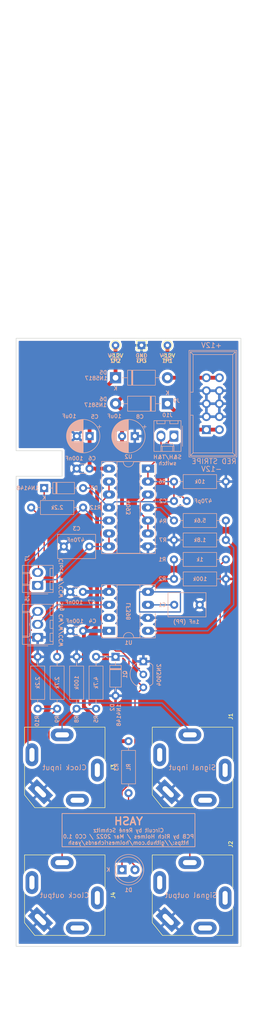
<source format=kicad_pcb>
(kicad_pcb (version 20211014) (generator pcbnew)
  (layers (0 "F.Cu" signal) (31 "B.Cu" signal) (34 "B.Paste" user) (35 "F.Paste" user) (36 "B.SilkS" user "B.Silkscreen") (37 "F.SilkS" user "F.Silkscreen") (38 "B.Mask" user) (39 "F.Mask" user) (44 "Edge.Cuts" user))
  (net 0 "")
  (net 1 "GND")
  (net 2 "+12V")
  (net 3 "-12V")
  (net 4 "/+12_IN")
  (net 5 "/-12_IN")
  (net 6 "Net-(D3-Pad1)")
  (net 7 "TH_1")
  (net 8 "TH_2")
  (net 9 "Net-(D1-Pad1)")
  (net 10 "Net-(D1-Pad2)")
  (net 11 "Net-(D2-Pad1)")
  (net 12 "/SIGNAL_OUTPUT")
  (net 13 "/CLOCK_INPUT")
  (net 14 "Net-(J3-PadTN)")
  (net 15 "/CLOCK_OUTPUT")
  (net 16 "/OUT398")
  (net 17 "Net-(R4-Pad1)")
  (net 18 "Net-(R4-Pad2)")
  (net 20 "CLKFR_CCW")
  (net 21 "SIGLVL_CW")
  (net 22 "SIGLVL_W")
  (net 23 "CLKFR_W")
  (net 24 "Net-(C1-Pad1)")
  (net 25 "Net-(U2-Pad3)")
  (footprint "ao_tht:Jack_6.35mm_PJ_629HAN_slots" (layer "F.Cu") (at 112.5 155 -90)
    (fp_text reference "J2" (at -10 -7.5 90) (layer "F.SilkS") (effects (font (size 0.75 0.75))))
    (fp_text value "AudioJack2")
    (pad "R" thru_hole oval (at 0.5 -6.4 270) (size 4.500001 2.5) (drill oval 2.7 1) (layers *.Cu *.Mask))
    (pad "RN" thru_hole oval (at 6.4 -2.5 270) (size 2.500001 4.500001) (drill oval 1 2.7) (layers *.Cu *.Mask))
    (pad "S" thru_hole rect (at 4.74 4.74 315) (size 4.500001 2.500001) (drill oval 2.7 1) (layers *.Cu *.Mask) (net 1 "GND"))
    (pad "T" thru_hole oval (at -6.4 0.5 270) (size 2.5 4.5) (drill oval 1 2.7) (layers *.Cu *.Mask) (net 12 "/SIGNAL_OUTPUT"))
    (pad "TN" thru_hole oval (at -2.5 6.4 270) (size 4.5 2.5) (drill oval 2.7 1) (layers *.Cu *.Mask))
  )
  (footprint "ao_tht:TestPoint_THTPad_1.5x1.5mm_Drill0.7mm" (layer "F.Cu") (at 102.54 47.37 180)
    (fp_text reference "TP3" (at 0 -3.048) (layer "F.SilkS") (effects (font (size 0.75 0.75))))
    (fp_text value "GND")
    (fp_text user "${REFERENCE}" (at 0 -3.048) (layer "B.SilkS") (effects (font (size 0.75 0.75)) (justify mirror)))
    (fp_text user "${VALUE}" (at 0 -2.032) (layer "B.SilkS") (effects (font (size 0.75 0.75)) (justify mirror)))
    (fp_text user "${VALUE}" (at 0 -2.032) (layer "F.SilkS") (effects (font (size 0.75 0.75))))
    (pad "1" thru_hole rect locked (at 0 0 180) (size 1.5 1.5) (drill 0.7) (layers *.Cu *.Mask) (net 1 "GND"))
  )
  (footprint "ao_tht:TestPoint_THTPad_D1.5mm_Drill0.7mm" (layer "F.Cu") (at 97.46 47.37 180)
    (fp_text reference "TP2" (at 0 -3.048) (layer "F.SilkS") (effects (font (size 0.75 0.75))))
    (fp_text value "+12V")
    (fp_text user "${REFERENCE}" (at 0 -3.048) (layer "B.SilkS") (effects (font (size 0.75 0.75)) (justify mirror)))
    (fp_text user "${VALUE}" (at 0 -2.032) (layer "B.SilkS") (effects (font (size 0.75 0.75)) (justify mirror)))
    (fp_text user "${VALUE}" (at 0 -2.032) (layer "F.SilkS") (effects (font (size 0.75 0.75))))
    (pad "1" thru_hole circle locked (at 0 0 180) (size 1.5 1.5) (drill 0.7) (layers *.Cu *.Mask) (net 2 "+12V"))
  )
  (footprint "ao_tht:Jack_6.35mm_PJ_629HAN_slots" (layer "F.Cu") (at 112.5 130 -90)
    (fp_text reference "J1" (at -10 -7.5 90) (layer "F.SilkS") (effects (font (size 0.75 0.75))))
    (fp_text value "AudioJack2")
    (pad "R" thru_hole oval (at 0.5 -6.4 270) (size 4.500001 2.5) (drill oval 2.7 1) (layers *.Cu *.Mask))
    (pad "RN" thru_hole oval (at 6.4 -2.5 270) (size 2.500001 4.500001) (drill oval 1 2.7) (layers *.Cu *.Mask))
    (pad "S" thru_hole rect (at 4.74 4.74 315) (size 4.500001 2.500001) (drill oval 2.7 1) (layers *.Cu *.Mask) (net 1 "GND"))
    (pad "T" thru_hole oval (at -6.4 0.5 270) (size 2.5 4.5) (drill oval 1 2.7) (layers *.Cu *.Mask) (net 21 "SIGLVL_CW"))
    (pad "TN" thru_hole oval (at -2.5 6.4 270) (size 4.5 2.5) (drill oval 2.7 1) (layers *.Cu *.Mask))
  )
  (footprint "ao_tht:Jack_6.35mm_PJ_629HAN_slots" (layer "F.Cu") (at 87.5 130 -90)
    (fp_text reference "J3" (at 0 -9.5 90) (layer "F.SilkS") (effects (font (size 0.75 0.75))))
    (fp_text value "AudioJack2_SwitchT")
    (pad "R" thru_hole oval (at 0.5 -6.4 270) (size 4.500001 2.5) (drill oval 2.7 1) (layers *.Cu *.Mask))
    (pad "RN" thru_hole oval (at 6.4 -2.5 270) (size 2.500001 4.500001) (drill oval 1 2.7) (layers *.Cu *.Mask))
    (pad "S" thru_hole rect (at 4.74 4.74 315) (size 4.500001 2.500001) (drill oval 2.7 1) (layers *.Cu *.Mask) (net 1 "GND"))
    (pad "T" thru_hole oval (at -6.4 0.5 270) (size 2.5 4.5) (drill oval 1 2.7) (layers *.Cu *.Mask) (net 13 "/CLOCK_INPUT"))
    (pad "TN" thru_hole oval (at -2.5 6.4 270) (size 4.5 2.5) (drill oval 2.7 1) (layers *.Cu *.Mask) (net 14 "Net-(J3-PadTN)"))
  )
  (footprint "ao_tht:Jack_6.35mm_PJ_629HAN_slots" (layer "F.Cu") (at 87.5 155 -90)
    (fp_text reference "J4" (at 0 -9.5 90) (layer "F.SilkS") (effects (font (size 0.75 0.75))))
    (fp_text value "AudioJack2")
    (pad "R" thru_hole oval (at 0.5 -6.4 270) (size 4.500001 2.5) (drill oval 2.7 1) (layers *.Cu *.Mask))
    (pad "RN" thru_hole oval (at 6.4 -2.5 270) (size 2.500001 4.500001) (drill oval 1 2.7) (layers *.Cu *.Mask))
    (pad "S" thru_hole rect (at 4.74 4.74 315) (size 4.500001 2.500001) (drill oval 2.7 1) (layers *.Cu *.Mask) (net 1 "GND"))
    (pad "T" thru_hole oval (at -6.4 0.5 270) (size 2.5 4.5) (drill oval 1 2.7) (layers *.Cu *.Mask) (net 15 "/CLOCK_OUTPUT"))
    (pad "TN" thru_hole oval (at -2.5 6.4 270) (size 4.5 2.5) (drill oval 2.7 1) (layers *.Cu *.Mask))
  )
  (footprint "yash:yash_panel_holes" (layer "F.Cu") (at 100 80)
    (fp_text reference "GRAF1" hide)
    (fp_text value "Holes" hide)
  )
  (footprint "ao_tht:TestPoint_THTPad_D1.5mm_Drill0.7mm" (layer "F.Cu") (at 107.62 47.37 180)
    (fp_text reference "TP1" (at 0 -3.048) (layer "F.SilkS") (effects (font (size 0.75 0.75))))
    (fp_text value "-12V")
    (fp_text user "${REFERENCE}" (at 0 -3.048) (layer "B.SilkS") (effects (font (size 0.75 0.75)) (justify mirror)))
    (fp_text user "${VALUE}" (at 0 -2.032) (layer "B.SilkS") (effects (font (size 0.75 0.75)) (justify mirror)))
    (fp_text user "${VALUE}" (at 0 -2.032) (layer "F.SilkS") (effects (font (size 0.75 0.75))))
    (pad "1" thru_hole circle locked (at 0 0 180) (size 1.5 1.5) (drill 0.7) (layers *.Cu *.Mask) (net 3 "-12V"))
  )
  (footprint "ao_tht:C_Disc_D3.0mm_W1.6mm_P2.50mm" (layer "B.Cu") (at 91.11 103.25 180)
    (fp_text reference "C4" (at -1.849 1.905) (layer "B.SilkS") (effects (font (size 0.75 0.75)) (justify mirror)))
    (fp_text value "100nF")
    (fp_text user "${VALUE}" (at 1.651 1.905) (layer "B.SilkS") (effects (font (size 0.75 0.75)) (justify mirror)))
    (pad "1" thru_hole circle (at 0 0 180) (size 1.6 1.6) (drill 0.8) (layers *.Cu *.Mask) (net 2 "+12V"))
    (pad "2" thru_hole circle (at 2.5 0 180) (size 1.6 1.6) (drill 0.8) (layers *.Cu *.Mask) (net 1 "GND"))
  )
  (footprint "ao_tht:Molex_KK-254_AE-6410-02A_1x02_P2.54mm_Vertical" (layer "B.Cu") (at 108.89 65.15 180)
    (fp_text reference "J10" (at 1.27 4.12 180) (layer "B.SilkS") (effects (font (size 0.75 0.75)) (justify mirror)))
    (fp_text value "2_pin_Molex_header")
    (pad "1" thru_hole roundrect locked (at 0 0 180) (size 1.74 2.2) (drill 1.2) (layers *.Cu *.Mask) (roundrect_rratio 0.143678) (net 7 "TH_1"))
    (pad "2" thru_hole oval locked (at 2.54 0 180) (size 1.74 2.2) (drill 1.2) (layers *.Cu *.Mask) (net 8 "TH_2"))
  )
  (footprint "ao_tht:C_Disc_D3.0mm_W1.6mm_P2.50mm" (layer "B.Cu") (at 88.58 95.62)
    (fp_text reference "C7" (at 4.181 2.042) (layer "B.SilkS") (effects (font (size 0.75 0.75)) (justify mirror)))
    (fp_text value "100nF")
    (fp_text user "${VALUE}" (at 0.752 2.042) (layer "B.SilkS") (effects (font (size 0.75 0.75)) (justify mirror)))
    (pad "1" thru_hole circle (at 0 0) (size 1.6 1.6) (drill 0.8) (layers *.Cu *.Mask) (net 1 "GND"))
    (pad "2" thru_hole circle (at 2.5 0) (size 1.6 1.6) (drill 0.8) (layers *.Cu *.Mask) (net 3 "-12V"))
  )
  (footprint "ao_tht:D_DO-35_SOD27_P7.62mm_Horizontal" (layer "B.Cu") (at 97.46 108.33 -90)
    (fp_text reference "D2" (at 9.906 0.635 90) (layer "B.SilkS") (effects (font (size 0.75 0.75)) (justify mirror)))
    (fp_text value "1N4148")
    (fp_text user "K" (at 0 1.905 90) (layer "B.SilkS") (effects (font (size 0.75 0.75)) (justify mirror)))
    (fp_text user "${VALUE}" (at 11.43 -0.635 90) (layer "B.SilkS") (effects (font (size 0.75 0.75)) (justify mirror)))
    (pad "1" thru_hole rect locked (at 0 0 270) (size 1.6 1.6) (drill 0.8) (layers *.Cu *.Mask) (net 11 "Net-(D2-Pad1)"))
    (pad "2" thru_hole oval locked (at 7.62 0 270) (size 1.6 1.6) (drill 0.8) (layers *.Cu *.Mask) (net 1 "GND"))
  )
  (footprint "ao_tht:R_Axial_DIN0207_L6.3mm_D2.5mm_P10.16mm_Horizontal" (layer "B.Cu") (at 108.9 93.09)
    (fp_text reference "R2" (at -2.296 0) (layer "B.SilkS") (effects (font (size 0.75 0.75)) (justify mirror)))
    (fp_text value "100k")
    (fp_text user "${VALUE}" (at 5.08 0) (layer "B.SilkS") (effects (font (size 0.75 0.75)) (justify mirror)))
    (pad "1" thru_hole circle locked (at 0 0) (size 1.6 1.6) (drill 0.8) (layers *.Cu *.Mask) (net 16 "/OUT398"))
    (pad "2" thru_hole oval locked (at 10.16 0) (size 1.6 1.6) (drill 0.8) (layers *.Cu *.Mask) (net 1 "GND"))
  )
  (footprint "ao_tht:D_DO-35_SOD27_P7.62mm_Horizontal" (layer "B.Cu") (at 83.49 75.31)
    (fp_text reference "D3" (at 9.779 0) (layer "B.SilkS") (effects (font (size 0.75 0.75)) (justify mirror)))
    (fp_text value "1N4148")
    (fp_text user "${VALUE}" (at -3.24 0) (layer "B.SilkS") (effects (font (size 0.75 0.75)) (justify mirror)))
    (fp_text user "K" (at 0 1.905) (layer "B.SilkS") (effects (font (size 0.75 0.75)) (justify mirror)))
    (pad "1" thru_hole rect locked (at 0 0) (size 1.6 1.6) (drill 0.8) (layers *.Cu *.Mask) (net 6 "Net-(D3-Pad1)"))
    (pad "2" thru_hole oval locked (at 7.62 0) (size 1.6 1.6) (drill 0.8) (layers *.Cu *.Mask) (net 7 "TH_1"))
  )
  (footprint "ao_tht:R_Axial_DIN0207_L6.3mm_D2.5mm_P10.16mm_Horizontal" (layer "B.Cu") (at 108.89 74.04)
    (fp_text reference "R6" (at -2.286 0) (layer "B.SilkS") (effects (font (size 0.75 0.75)) (justify mirror)))
    (fp_text value "10k")
    (fp_text user "${VALUE}" (at 5.08 0) (layer "B.SilkS") (effects (font (size 0.75 0.75)) (justify mirror)))
    (pad "1" thru_hole circle locked (at 0 0) (size 1.6 1.6) (drill 0.8) (layers *.Cu *.Mask) (net 8 "TH_2"))
    (pad "2" thru_hole oval locked (at 10.16 0) (size 1.6 1.6) (drill 0.8) (layers *.Cu *.Mask) (net 1 "GND"))
  )
  (footprint "ao_tht:C_Disc_D3.0mm_W1.6mm_P2.50mm" (layer "B.Cu") (at 92.37 71.5 180)
    (fp_text reference "C6" (at -0.5 2) (layer "B.SilkS") (effects (font (size 0.75 0.75)) (justify mirror)))
    (fp_text value "100nF")
    (fp_text user "${VALUE}" (at 3 2) (layer "B.SilkS") (effects (font (size 0.75 0.75)) (justify mirror)))
    (pad "1" thru_hole circle (at 0 0 180) (size 1.6 1.6) (drill 0.8) (layers *.Cu *.Mask) (net 2 "+12V"))
    (pad "2" thru_hole circle (at 2.5 0 180) (size 1.6 1.6) (drill 0.8) (layers *.Cu *.Mask) (net 1 "GND"))
  )
  (footprint "ao_tht:LED_D5.0mm" (layer "B.Cu") (at 98.725 150)
    (fp_text reference "D1" (at 1.27 3.96) (layer "B.SilkS") (effects (font (size 0.75 0.75)) (justify mirror)))
    (fp_text value "LED_green")
    (fp_text user "K" (at -2.7 0) (layer "B.SilkS") (effects (font (size 0.75 0.75)) (justify mirror)))
    (pad "1" thru_hole rect locked (at 0 0) (size 1.8 1.8) (drill 0.9) (layers *.Cu *.Mask) (net 9 "Net-(D1-Pad1)"))
    (pad "2" thru_hole circle locked (at 2.54 0) (size 1.8 1.8) (drill 0.9) (layers *.Cu *.Mask) (net 10 "Net-(D1-Pad2)"))
  )
  (footprint "ao_tht:R_Axial_DIN0207_L6.3mm_D2.5mm_P10.16mm_Horizontal" (layer "B.Cu") (at 93.65 118.49 90)
    (fp_text reference "R5" (at -2.032 0 90) (layer "B.SilkS") (effects (font (size 0.75 0.75)) (justify mirror)))
    (fp_text value "4.7k")
    (fp_text user "${VALUE}" (at 5.08 0 90) (layer "B.SilkS") (effects (font (size 0.75 0.75)) (justify mirror)))
    (pad "1" thru_hole circle locked (at 0 0 90) (size 1.6 1.6) (drill 0.8) (layers *.Cu *.Mask) (net 13 "/CLOCK_INPUT"))
    (pad "2" thru_hole oval locked (at 10.16 0 90) (size 1.6 1.6) (drill 0.8) (layers *.Cu *.Mask) (net 11 "Net-(D2-Pad1)"))
  )
  (footprint "ao_tht:R_Axial_DIN0207_L6.3mm_D2.5mm_P10.16mm_Horizontal" (layer "B.Cu") (at 82.22 118.49 90)
    (fp_text reference "R10" (at -2.413 -0.127 90) (layer "B.SilkS") (effects (font (size 0.75 0.75)) (justify mirror)))
    (fp_text value "2.2k")
    (fp_text user "${VALUE}" (at 5.08 0 90) (layer "B.SilkS") (effects (font (size 0.75 0.75)) (justify mirror)))
    (pad "1" thru_hole circle locked (at 0 0 90) (size 1.6 1.6) (drill 0.8) (layers *.Cu *.Mask) (net 15 "/CLOCK_OUTPUT"))
    (pad "2" thru_hole oval locked (at 10.16 0 90) (size 1.6 1.6) (drill 0.8) (layers *.Cu *.Mask) (net 1 "GND"))
  )
  (footprint "ao_tht:R_Axial_DIN0207_L6.3mm_D2.5mm_P10.16mm_Horizontal" (layer "B.Cu") (at 80.95 79.12)
    (fp_text reference "R12" (at 12.573 0) (layer "B.SilkS") (effects (font (size 0.75 0.75)) (justify mirror)))
    (fp_text value "2.2k")
    (fp_text user "${VALUE}" (at 5.08 0) (layer "B.SilkS") (effects (font (size 0.75 0.75)) (justify mirror)))
    (pad "1" thru_hole circle locked (at 0 0) (size 1.6 1.6) (drill 0.8) (layers *.Cu *.Mask) (net 23 "CLKFR_W"))
    (pad "2" thru_hole oval locked (at 10.16 0) (size 1.6 1.6) (drill 0.8) (layers *.Cu *.Mask) (net 14 "Net-(J3-PadTN)"))
  )
  (footprint "ao_tht:C_Disc_D3.0mm_W1.6mm_P2.50mm" (layer "B.Cu") (at 108.89 77.85)
    (fp_text reference "C2" (at -2.159 0) (layer "B.SilkS") (effects (font (size 0.75 0.75)) (justify mirror)))
    (fp_text value "470pF")
    (fp_text user "${VALUE}" (at 5.715 0) (layer "B.SilkS") (effects (font (size 0.75 0.75)) (justify mirror)))
    (pad "1" thru_hole circle (at 0 0) (size 1.6 1.6) (drill 0.8) (layers *.Cu *.Mask) (net 7 "TH_1"))
    (pad "2" thru_hole circle (at 2.5 0) (size 1.6 1.6) (drill 0.8) (layers *.Cu *.Mask) (net 8 "TH_2"))
  )
  (footprint "ao_tht:Molex_KK-254_AE-6410-03A_1x03_P2.54mm_Vertical" (layer "B.Cu") (at 82.22 104.52 90)
    (fp_text reference "J5" (at 7.62 -2.032 90) (layer "B.SilkS") (effects (font (size 0.75 0.75)) (justify mirror)))
    (fp_text value "3_pin_Molex_header")
    (pad "1" thru_hole roundrect locked (at 0 0 90) (size 1.74 2.2) (drill 1.2) (layers *.Cu *.Mask) (roundrect_rratio 0.143678) (net 1 "GND"))
    (pad "2" thru_hole oval locked (at 2.54 0 90) (size 1.74 2.2) (drill 1.2) (layers *.Cu *.Mask) (net 22 "SIGLVL_W"))
    (pad "3" thru_hole oval locked (at 5.08 0 90) (size 1.74 2.2) (drill 1.2) (layers *.Cu *.Mask) (net 21 "SIGLVL_CW"))
  )
  (footprint "ao_tht:R_Axial_DIN0207_L6.3mm_D2.5mm_P10.16mm_Horizontal" (layer "B.Cu") (at 108.89 81.66)
    (fp_text reference "R4" (at -2.159 0.127) (layer "B.SilkS") (effects (font (size 0.75 0.75)) (justify mirror)))
    (fp_text value "5.6k")
    (fp_text user "${VALUE}" (at 5.08 0) (layer "B.SilkS") (effects (font (size 0.75 0.75)) (justify mirror)))
    (pad "1" thru_hole circle locked (at 0 0) (size 1.6 1.6) (drill 0.8) (layers *.Cu *.Mask) (net 17 "Net-(R4-Pad1)"))
    (pad "2" thru_hole oval locked (at 10.16 0) (size 1.6 1.6) (drill 0.8) (layers *.Cu *.Mask) (net 18 "Net-(R4-Pad2)"))
  )
  (footprint "ao_tht:C_Rect_L7.2mm_W4.5mm_P5.00mm_FKS2_FKP2_MKS2_MKP2" (layer "B.Cu") (at 92.34 86.74 180)
    (fp_text reference "C3" (at 2.5 3.5) (layer "B.SilkS") (effects (font (size 0.75 0.75)) (justify mirror)))
    (fp_text value "470nF")
    (fp_text user "${VALUE}" (at 2.667 1.27) (layer "B.SilkS") (effects (font (size 0.75 0.75)) (justify mirror)))
    (pad "1" thru_hole circle (at 0 0 180) (size 1.6 1.6) (drill 0.8) (layers *.Cu *.Mask) (net 20 "CLKFR_CCW"))
    (pad "2" thru_hole circle (at 5 0 180) (size 1.6 1.6) (drill 0.8) (layers *.Cu *.Mask) (net 1 "GND"))
  )
  (footprint "ao_tht:R_Axial_DIN0207_L6.3mm_D2.5mm_P10.16mm_Horizontal" (layer "B.Cu") (at 100 124.84 -90)
    (fp_text reference "R3" (at 5.08 2.37 90) (layer "B.SilkS") (effects (font (size 0.75 0.75)) (justify mirror)))
    (fp_text value "RL")
    (fp_text user "${VALUE}" (at 5.08 0 90) (layer "B.SilkS") (effects (font (size 0.75 0.75)) (justify mirror)))
    (pad "1" thru_hole circle locked (at 0 0 270) (size 1.6 1.6) (drill 0.8) (layers *.Cu *.Mask) (net 2 "+12V"))
    (pad "2" thru_hole oval locked (at 10.16 0 270) (size 1.6 1.6) (drill 0.8) (layers *.Cu *.Mask) (net 10 "Net-(D1-Pad2)"))
  )
  (footprint "ao_tht:CP_Radial_D6.3mm_P2.50mm" (layer "B.Cu") (at 92.38 65.15 180)
    (fp_text reference "C5" (at -1 3.81) (layer "B.SilkS") (effects (font (size 0.75 0.75)) (justify mirror)))
    (fp_text value "10uF")
    (fp_text user "${VALUE}" (at 4 3.91) (layer "B.SilkS") (effects (font (size 0.75 0.75)) (justify mirror)))
    (pad "1" thru_hole rect locked (at 0 0 180) (size 1.6 1.6) (drill 0.8) (layers *.Cu *.Mask) (net 2 "+12V"))
    (pad "2" thru_hole circle locked (at 2.5 0 180) (size 1.6 1.6) (drill 0.8) (layers *.Cu *.Mask) (net 1 "GND"))
  )
  (footprint "ao_tht:CP_Radial_D6.3mm_P2.50mm" (layer "B.Cu") (at 101.23 65.15 180)
    (fp_text reference "C8" (at -1 3.81) (layer "B.SilkS") (effects (font (size 0.75 0.75)) (justify mirror)))
    (fp_text value "10uF")
    (fp_text user "${VALUE}" (at 4 3.91) (layer "B.SilkS") (effects (font (size 0.75 0.75)) (justify mirror)))
    (pad "1" thru_hole rect locked (at 0 0 180) (size 1.6 1.6) (drill 0.8) (layers *.Cu *.Mask) (net 1 "GND"))
    (pad "2" thru_hole circle locked (at 2.5 0 180) (size 1.6 1.6) (drill 0.8) (layers *.Cu *.Mask) (net 3 "-12V"))
  )
  (footprint "ao_tht:R_Axial_DIN0207_L6.3mm_D2.5mm_P10.16mm_Horizontal" (layer "B.Cu") (at 89.84 118.49 90)
    (fp_text reference "R8" (at -2.032 0 90) (layer "B.SilkS") (effects (font (size 0.75 0.75)) (justify mirror)))
    (fp_text value "100k")
    (fp_text user "${VALUE}" (at 5.08 0 90) (layer "B.SilkS") (effects (font (size 0.75 0.75)) (justify mirror)))
    (pad "1" thru_hole circle locked (at 0 0 90) (size 1.6 1.6) (drill 0.8) (layers *.Cu *.Mask) (net 13 "/CLOCK_INPUT"))
    (pad "2" thru_hole oval locked (at 10.16 0 90) (size 1.6 1.6) (drill 0.8) (layers *.Cu *.Mask) (net 1 "GND"))
  )
  (footprint "ao_tht:Power_Header" (layer "B.Cu") (at 115.24 63.88)
    (fp_text reference "J9" (at -5.85 -5.67) (layer "B.SilkS") (effects (font (size 0.75 0.75)) (justify mirror)))
    (fp_text value "Synth_power_2x5")
    (fp_text user "RED STRIPE" (at 1.5 6.2) (layer "B.SilkS") (effects (justify mirror)))
    (fp_text user "-12V" (at 1 7.7) (layer "B.SilkS") (effects (justify mirror)))
    (fp_text user "+12V" (at 1 -16.5) (layer "B.SilkS") (effects (justify mirror)))
    (pad "1" thru_hole rect (at 0 0) (size 1.7272 1.7272) (drill 1.016) (layers *.Cu *.Mask) (net 5 "/-12_IN"))
    (pad "2" thru_hole oval (at 2.54 0) (size 1.7272 1.7272) (drill 1.016) (layers *.Cu *.Mask) (net 5 "/-12_IN"))
    (pad "3" thru_hole oval (at 0 -2.54) (size 1.7272 1.7272) (drill 1.016) (layers *.Cu *.Mask) (net 1 "GND"))
    (pad "4" thru_hole oval (at 2.54 -2.54) (size 1.7272 1.7272) (drill 1.016) (layers *.Cu *.Mask) (net 1 "GND"))
    (pad "5" thru_hole oval (at 0 -5.08) (size 1.7272 1.7272) (drill 1.016) (layers *.Cu *.Mask) (net 1 "GND"))
    (pad "6" thru_hole oval (at 2.54 -5.08) (size 1.7272 1.7272) (drill 1.016) (layers *.Cu *.Mask) (net 1 "GND"))
    (pad "7" thru_hole oval (at 0 -7.62) (size 1.7272 1.7272) (drill 1.016) (layers *.Cu *.Mask) (net 1 "GND"))
    (pad "8" thru_hole oval (at 2.54 -7.62) (size 1.7272 1.7272) (drill 1.016) (layers *.Cu *.Mask) (net 1 "GND"))
    (pad "9" thru_hole oval (at 0 -10.16) (size 1.7272 1.7272) (drill 1.016) (layers *.Cu *.Mask) (net 4 "/+12_IN"))
    (pad "10" thru_hole oval (at 2.54 -10.16) (size 1.7272 1.7272) (drill 1.016) (layers *.Cu *.Mask) (net 4 "/+12_IN"))
  )
  (footprint "ao_tht:R_Axial_DIN0207_L6.3mm_D2.5mm_P10.16mm_Horizontal" (layer "B.Cu") (at 86.03 108.33 -90)
    (fp_text reference "R9" (at 12.192 0 90) (layer "B.SilkS") (effects (font (size 0.75 0.75)) (justify mirror)))
    (fp_text value "2.7k")
    (fp_text user "${VALUE}" (at 5.08 0 90) (layer "B.SilkS") (effects (font (size 0.75 0.75)) (justify mirror)))
    (pad "1" thru_hole circle locked (at 0 0 270) (size 1.6 1.6) (drill 0.8) (layers *.Cu *.Mask) (net 6 "Net-(D3-Pad1)"))
    (pad "2" thru_hole oval locked (at 10.16 0 270) (size 1.6 1.6) (drill 0.8) (layers *.Cu *.Mask) (net 15 "/CLOCK_OUTPUT"))
  )
  (footprint "ao_tht:Molex_KK-254_AE-6410-02A_1x02_P2.54mm_Vertical" (layer "B.Cu") (at 82.22 94.36 90)
    (fp_text reference "J7" (at 5.334 -2.032 90) (layer "B.SilkS") (effects (font (size 0.75 0.75)) (justify mirror)))
    (fp_text value "2_pin_Molex_header")
    (pad "1" thru_hole roundrect locked (at 0 0 90) (size 1.74 2.2) (drill 1.2) (layers *.Cu *.Mask) (roundrect_rratio 0.143678) (net 20 "CLKFR_CCW"))
    (pad "2" thru_hole oval locked (at 2.54 0 90) (size 1.74 2.2) (drill 1.2) (layers *.Cu *.Mask) (net 23 "CLKFR_W"))
  )
  (footprint "ao_tht:D_DO-41_SOD81_P10.16mm_Horizontal" (layer "B.Cu") (at 97.46 53.72)
    (fp_text reference "D5" (at -2.413 -1.016) (layer "B.SilkS") (effects (font (size 0.75 0.75)) (justify mirror)))
    (fp_text value "1N5817")
    (fp_text user "${VALUE}" (at -3.81 0.1) (layer "B.SilkS") (effects (font (size 0.75 0.75)) (justify mirror)))
    (fp_text user "K" (at 0 2.1) (layer "B.SilkS") (effects (font (size 0.75 0.75)) (justify mirror)))
    (pad "1" thru_hole rect locked (at 0 0) (size 2.2 2.2) (drill 1.1) (layers *.Cu *.Mask) (net 2 "+12V"))
    (pad "2" thru_hole oval locked (at 10.16 0) (size 2.2 2.2) (drill 1.1) (layers *.Cu *.Mask) (net 4 "/+12_IN"))
  )
  (footprint "ao_tht:C_Rect_L7.2mm_W4.5mm_P5.00mm_FKS2_FKP2_MKS2_MKP2" (layer "B.Cu") (at 108.94 98.15)
    (fp_text reference "C1" (at -2.336 0.02 180) (layer "B.SilkS") (effects (font (size 0.75 0.75)) (justify mirror)))
    (fp_text value "1nF (PP)")
    (fp_text user "${VALUE}" (at 2.363 3.322 180) (layer "B.SilkS") (effects (font (size 0.75 0.75)) (justify mirror)))
    (pad "1" thru_hole circle (at 0 0) (size 1.6 1.6) (drill 0.8) (layers *.Cu *.Mask) (net 24 "Net-(C1-Pad1)"))
    (pad "2" thru_hole circle (at 5 0) (size 1.6 1.6) (drill 0.8) (layers *.Cu *.Mask) (net 1 "GND"))
  )
  (footprint "ao_tht:DIP-14_W7.62mm_Socket_LongPads" (layer "B.Cu") (at 103.8 71.5 180)
    (fp_text reference "U2" (at 3.81 2.33) (layer "B.SilkS") (effects (font (size 0.75 0.75)) (justify mirror)))
    (fp_text value "4093")
    (fp_text user "${VALUE}" (at 3.81 -7.62 90) (layer "B.SilkS") (effects (font (size 0.75 0.75)) (justify mirror)))
    (pad "1" thru_hole rect locked (at 0 0 180) (size 2.4 1.6) (drill 0.8) (layers *.Cu *.Mask) (net 8 "TH_2"))
    (pad "2" thru_hole oval locked (at 0 -2.54 180) (size 2.4 1.6) (drill 0.8) (layers *.Cu *.Mask) (net 8 "TH_2"))
    (pad "3" thru_hole oval locked (at 0 -5.08 180) (size 2.4 1.6) (drill 0.8) (layers *.Cu *.Mask) (net 25 "Net-(U2-Pad3)"))
    (pad "4" thru_hole oval locked (at 0 -7.62 180) (size 2.4 1.6) (drill 0.8) (layers *.Cu *.Mask) (net 17 "Net-(R4-Pad1)"))
    (pad "5" thru_hole oval locked (at 0 -10.16 180) (size 2.4 1.6) (drill 0.8) (layers *.Cu *.Mask) (net 25 "Net-(U2-Pad3)"))
    (pad "6" thru_hole oval locked (at 0 -12.7 180) (size 2.4 1.6) (drill 0.8) (layers *.Cu *.Mask) (net 25 "Net-(U2-Pad3)"))
    (pad "7" thru_hole oval locked (at 0 -15.24 180) (size 2.4 1.6) (drill 0.8) (layers *.Cu *.Mask) (net 1 "GND"))
    (pad "8" thru_hole oval locked (at 7.62 -15.24 180) (size 2.4 1.6) (drill 0.8) (layers *.Cu *.Mask) (net 20 "CLKFR_CCW"))
    (pad "9" thru_hole oval locked (at 7.62 -12.7 180) (size 2.4 1.6) (drill 0.8) (layers *.Cu *.Mask) (net 20 "CLKFR_CCW"))
    (pad "10" thru_hole oval locked (at 7.62 -10.16 180) (size 2.4 1.6) (drill 0.8) (layers *.Cu *.Mask) (net 14 "Net-(J3-PadTN)"))
    (pad "11" thru_hole oval locked (at 7.62 -7.62 180) (size 2.4 1.6) (drill 0.8) (layers *.Cu *.Mask) (net 7 "TH_1"))
    (pad "12" thru_hole oval locked (at 7.62 -5.08 180) (size 2.4 1.6) (drill 0.8) (layers *.Cu *.Mask) (net 9 "Net-(D1-Pad1)"))
    (pad "13" thru_hole oval locked (at 7.62 -2.54 180) (size 2.4 1.6) (drill 0.8) (layers *.Cu *.Mask) (net 9 "Net-(D1-Pad1)"))
    (pad "14" thru_hole oval locked (at 7.62 0 180) (size 2.4 1.6) (drill 0.8) (layers *.Cu *.Mask) (net 2 "+12V"))
  )
  (footprint "ao_tht:TO-92_Inline_Wide" (layer "B.Cu") (at 102.9 109.24 -90)
    (fp_text reference "Q1" (at 2.54 3.56 90) (layer "B.SilkS") (effects (font (size 0.75 0.75)) (justify mirror)))
    (fp_text value "2N3904")
    (fp_text user "${VALUE}" (at 2.646 -3.069 90) (layer "B.SilkS") (effects (font (size 0.75 0.75)) (justify mirror)))
    (pad "1" thru_hole rect locked (at 0 0 180) (size 1.5 1.5) (drill 0.8) (layers *.Cu *.Mask) (net 1 "GND"))
    (pad "2" thru_hole circle locked (at 2.54 0 180) (size 1.5 1.5) (drill 0.8) (layers *.Cu *.Mask) (net 11 "Net-(D2-Pad1)"))
    (pad "3" thru_hole circle locked (at 5.08 0 180) (size 1.5 1.5) (drill 0.8) (layers *.Cu *.Mask) (net 9 "Net-(D1-Pad1)"))
  )
  (footprint "ao_tht:D_DO-41_SOD81_P10.16mm_Horizontal" (layer "B.Cu") (at 107.62 58.8 180)
    (fp_text reference "D6" (at 12.573 0.889) (layer "B.SilkS") (effects (font (size 0.75 0.75)) (justify mirror)))
    (fp_text value "1N5817")
    (fp_text user "${VALUE}" (at 14.097 -0.254) (layer "B.SilkS") (effects (font (size 0.75 0.75)) (justify mirror)))
    (fp_text user "K" (at 0 2.1) (layer "B.SilkS") (effects (font (size 0.75 0.75)) (justify mirror)))
    (pad "1" thru_hole rect locked (at 0 0 180) (size 2.2 2.2) (drill 1.1) (layers *.Cu *.Mask) (net 5 "/-12_IN"))
    (pad "2" thru_hole oval locked (at 10.16 0 180) (size 2.2 2.2) (drill 1.1) (layers *.Cu *.Mask) (net 3 "-12V"))
  )
  (footprint "yash:LF398_ring" (layer "B.Cu") (at 96.19 103.24)
    (fp_text reference "U1" (at 3.81 2.33 180) (layer "B.SilkS") (effects (font (size 0.75 0.75)) (justify mirror)))
    (fp_text value "LF398")
    (fp_text user "${VALUE}" (at 3.81 -3.81 270) (layer "B.SilkS") (effects (font (size 0.75 0.75)) (justify mirror)))
    (pad "1" thru_hole rect (at 0 0) (size 2.4 1.6) (drill 0.8) (layers *.Cu *.Mask) (net 2 "+12V"))
    (pad "2" thru_hole oval (at 0 -2.54) (size 2.4 1.6) (drill 0.8) (layers *.Cu *.Mask))
    (pad "3" thru_hole oval (at 0 -5.08) (size 2.4 1.6) (drill 0.8) (layers *.Cu *.Mask) (net 22 "SIGLVL_W"))
    (pad "4" thru_hole oval (at 0 -7.62) (size 2.4 1.6) (drill 0.8) (layers *.Cu *.Mask) (net 3 "-12V"))
    (pad "5" thru_hole custom (at 7.62 -7.62) (size 1.6 1.6) (drill 0.8) (layers *.Cu *.Mask) (net 16 "/OUT398") (options (clearance outline) (anchor circle)) (primitives (gr_poly (pts (xy 0.577239 -0.780119) (xy 0.745669 -0.721466) (xy 0.896918 -0.626955) (xy 1.02347 -0.501283) (xy 1.119035 -0.350697) (xy 1.178863 -0.182681) (xy 1.199981 -0.005585) (xy 1.181338 0.171788) (xy 1.123862 0.340623) (xy 1.030409 0.492529) (xy 0.905623 0.619956) (xy 0.755708 0.716569) (xy 0.588114 0.777569) (xy 0.41117 0.799922) (xy 0.4 0.8) (xy -0.4 0.8) (xy -0.577239 0.780119) (xy -0.745669 0.721466) (xy -0.896918 0.626955) (xy -1.02347 0.501283) (xy -1.119035 0.350697) (xy -1.178863 0.182681) (xy -1.199981 0.005585) (xy -1.181338 -0.171788) (xy -1.123862 -0.340623) (xy -1.030409 -0.492529) (xy -0.905623 -0.619956) (xy -0.755708 -0.716569) (xy -0.588114 -0.777569) (xy -0.41117 -0.799922) (xy -0.4 -0.8) (xy 0.4 -0.8)) (width 0) (fill yes)) (gr_line (start 0 0) (end -1.651 0) (width 0.254)) (gr_line (start -1.651 3.937) (end -1.651 0) (width 0.254)) (gr_line (start -1.651 3.937) (end 6.35 3.937) (width 0.254)) (gr_line (start 6.35 3.937) (end 6.35 0) (width 0.254)) (gr_line (start 0 0) (end 6.35 0) (width 0.254))))
    (pad "6" thru_hole oval (at 7.62 -5.08) (size 2.4 1.6) (drill 0.8) (layers *.Cu *.Mask) (net 24 "Net-(C1-Pad1)"))
    (pad "7" thru_hole oval (at 7.62 -2.54) (size 2.4 1.6) (drill 0.8) (layers *.Cu *.Mask) (net 1 "GND"))
    (pad "8" thru_hole oval (at 7.62 0) (size 2.4 1.6) (drill 0.8) (layers *.Cu *.Mask) (net 18 "Net-(R4-Pad2)"))
  )
  (footprint "ao_tht:R_Axial_DIN0207_L6.3mm_D2.5mm_P10.16mm_Horizontal" (layer "B.Cu") (at 108.89 89.28)
    (fp_text reference "R1" (at -2.286 0) (layer "B.SilkS") (effects (font (size 0.75 0.75)) (justify mirror)))
    (fp_text value "1k")
    (fp_text user "${VALUE}" (at 5.08 0) (layer "B.SilkS") (effects (font (size 0.75 0.75)) (justify mirror)))
    (pad "1" thru_hole circle locked (at 0 0) (size 1.6 1.6) (drill 0.8) (layers *.Cu *.Mask) (net 16 "/OUT398"))
    (pad "2" thru_hole oval locked (at 10.16 0) (size 1.6 1.6) (drill 0.8) (layers *.Cu *.Mask) (net 12 "/SIGNAL_OUTPUT"))
  )
  (footprint "ao_tht:R_Axial_DIN0207_L6.3mm_D2.5mm_P10.16mm_Horizontal" (layer "B.Cu") (at 119.05 85.47 180)
    (fp_text reference "R7" (at 12.319 0) (layer "B.SilkS") (effects (font (size 0.75 0.75)) (justify mirror)))
    (fp_text value "1.8k")
    (fp_text user "${VALUE}" (at 5.08 0) (layer "B.SilkS") (effects (font (size 0.75 0.75)) (justify mirror)))
    (pad "1" thru_hole circle locked (at 0 0 180) (size 1.6 1.6) (drill 0.8) (layers *.Cu *.Mask) (net 18 "Net-(R4-Pad2)"))
    (pad "2" thru_hole oval locked (at 10.16 0 180) (size 1.6 1.6) (drill 0.8) (layers *.Cu *.Mask) (net 1 "GND"))
  )
  (gr_rect (start 113 145.5) (end 87 139) (layer "B.SilkS") (width 0.15) (fill none))
  (gr_line (start 78 165) (end 78 73) (layer "Edge.Cuts") (width 0.1))
  (gr_line (start 78 68) (end 78 46) (layer "Edge.Cuts") (width 0.1))
  (gr_line (start 122 165) (end 78 165) (layer "Edge.Cuts") (width 0.1))
  (gr_line (start 78 46) (end 122 46) (layer "Edge.Cuts") (width 0.1))
  (gr_line (start 87 73) (end 87 68) (layer "Edge.Cuts") (width 0.1))
  (gr_line (start 87 68) (end 78 68) (layer "Edge.Cuts") (width 0.1))
  (gr_line (start 122 46) (end 122 165) (layer "Edge.Cuts") (width 0.1))
  (gr_line (start 78 73) (end 87 73) (layer "Edge.Cuts") (width 0.1))
  (gr_text "YASH" (at 100 140.5) (layer "B.SilkS") (effects (font (size 1.5 1.5) (thickness 0.3)) (justify mirror)))
  (gr_text "Clock W/CCW" (at 86.792 92.963 90) (layer "B.SilkS") (effects (font (size 0.75 0.75)) (justify mirror)))
  (gr_text "Clock output" (at 87.5 155) (layer "B.SilkS") (effects (font (size 1 1)) (justify mirror)))
  (gr_text "Sig CW/W/CCW" (at 86.792 101.98 90) (layer "B.SilkS") (effects (font (size 0.75 0.75)) (justify mirror)))
  (gr_text "Signal output" (at 112.25 155) (layer "B.SilkS") (effects (font (size 1 1)) (justify mirror)))
  (gr_text "S&H/T&H\nswitch" (at 107.62 69.849) (layer "B.SilkS") (effects (font (size 0.75 0.75)) (justify mirror)))
  (gr_text "Circuit by René Schmitz\nPCB by Rich Holmes / Mar 2022 / CC0 1.0\nhttps://github.com/holmesrichards/yash" (at 100 143.5) (layer "B.SilkS") (effects (font (size 0.75 0.75)) (justify mirror)))
  (gr_text "Signal input" (at 112.5 130) (layer "B.SilkS") (effects (font (size 1 1)) (justify mirror)))
  (gr_text "Clock input" (at 87.5 130) (layer "B.SilkS") (effects (font (size 1 1)) (justify mirror)))
  (segment (start 92.38 58.8) (end 97.46 53.72) (width 0.75) (layer "F.Cu") (net 2))
  (segment (start 92.38 71.49) (end 92.38 58.8) (width 0.75) (layer "F.Cu") (net 2))
  (segment (start 93.855978 71.675022) (end 93.855978 100.504022) (width 0.75) (layer "F.Cu") (net 2))
  (segment (start 93.855978 100.504022) (end 91.11 103.25) (width 0.75) (layer "F.Cu") (net 2))
  (segment (start 91.264511 103.404511) (end 91.264511 118.119075) (width 0.75) (layer "F.Cu") (net 2))
  (segment (start 97.46 53.72) (end 97.46 47.37) (width 0.75) (layer "F.Cu") (net 2))
  (segment (start 97.985436 124.84) (end 100 124.84) (width 0.75) (layer "F.Cu") (net 2))
  (segment (start 94.031 71.5) (end 93.855978 71.675022) (width 0.75) (layer "F.Cu") (net 2))
  (segment (start 92.37 71.5) (end 94.031 71.5) (width 0.75) (layer "F.Cu") (net 2))
  (segment (start 94.031 71.5) (end 96.18 71.5) (width 0.75) (layer "F.Cu") (net 2))
  (segment (start 91.264511 118.119075) (end 97.985436 124.84) (width 0.75) (layer "F.Cu") (net 2))
  (segment (start 91.11 103.25) (end 96.18 103.25) (width 0.75) (layer "B.Cu") (net 2))
  (segment (start 98.73 86.74) (end 98.73 60.07) (width 0.75) (layer "F.Cu") (net 3))
  (segment (start 96.19 89.28) (end 98.73 86.74) (width 0.75) (layer "F.Cu") (net 3))
  (segment (start 97.46 58.8) (end 107.62 48.64) (width 0.75) (layer "F.Cu") (net 3))
  (segment (start 96.19 95.62) (end 96.19 89.28) (width 0.75) (layer "F.Cu") (net 3))
  (segment (start 107.62 48.64) (end 107.62 47.37) (width 0.75) (layer "F.Cu") (net 3))
  (segment (start 98.73 60.07) (end 97.46 58.8) (width 0.75) (layer "F.Cu") (net 3))
  (segment (start 96.19 95.62) (end 91.08 95.62) (width 0.75) (layer "B.Cu") (net 3))
  (segment (start 115.24 53.72) (end 117.78 53.72) (width 0.75) (layer "F.Cu") (net 4))
  (segment (start 107.62 53.72) (end 115.24 53.72) (width 0.75) (layer "F.Cu") (net 4))
  (segment (start 115.24 63.88) (end 117.78 63.88) (width 0.75) (layer "F.Cu") (net 5))
  (segment (start 107.62 58.8) (end 112.7 63.88) (width 0.75) (layer "F.Cu") (net 5))
  (segment (start 112.7 63.88) (end 115.24 63.88) (width 0.75) (layer "F.Cu") (net 5))
  (segment (start 83.49 88.2503) (end 86.03 90.7903) (width 0.25) (layer "F.Cu") (net 6))
  (segment (start 83.49 75.31) (end 83.49 88.2503) (width 0.25) (layer "F.Cu") (net 6))
  (segment (start 86.03 90.7903) (end 86.03 108.33) (width 0.25) (layer "F.Cu") (net 6))
  (segment (start 108.89 76.072) (end 108.89 77.85) (width 0.25) (layer "F.Cu") (net 7))
  (segment (start 108.89 65.15) (end 107.765489 66.274511) (width 0.25) (layer "F.Cu") (net 7))
  (segment (start 107.765489 74.947489) (end 108.89 76.072) (width 0.25) (layer "F.Cu") (net 7))
  (segment (start 107.765489 66.274511) (end 107.765489 74.947489) (width 0.25) (layer "F.Cu") (net 7))
  (segment (start 96.18 79.12) (end 97.30452 77.99548) (width 0.25) (layer "B.Cu") (net 7))
  (segment (start 97.30452 77.99548) (end 108.74452 77.99548) (width 0.25) (layer "B.Cu") (net 7))
  (segment (start 92.37 75.31) (end 96.18 79.12) (width 0.25) (layer "B.Cu") (net 7))
  (segment (start 91.11 75.31) (end 92.37 75.31) (width 0.25) (layer "B.Cu") (net 7))
  (segment (start 108.89 75.35) (end 111.39 77.85) (width 0.25) (layer "F.Cu") (net 8))
  (segment (start 106.35 68.95) (end 103.8 71.5) (width 0.25) (layer "F.Cu") (net 8))
  (segment (start 106.35 65.15) (end 106.35 68.95) (width 0.25) (layer "F.Cu") (net 8))
  (segment (start 108.89 74.04) (end 108.89 75.35) (width 0.25) (layer "F.Cu") (net 8))
  (segment (start 103.8 71.5) (end 103.8 74.04) (width 0.25) (layer "F.Cu") (net 8))
  (segment (start 103.8 74.04) (end 108.89 74.04) (width 0.25) (layer "B.Cu") (net 8))
  (segment (start 100.085 111.505) (end 102.9 114.32) (width 0.25) (layer "F.Cu") (net 9))
  (segment (start 94.605489 78.154511) (end 94.605489 104.332489) (width 0.25) (layer "F.Cu") (net 9))
  (segment (start 96.18 76.58) (end 94.605489 78.154511) (width 0.25) (layer "F.Cu") (net 9))
  (segment (start 102.9 114.32) (end 101.27 115.95) (width 0.25) (layer "F.Cu") (net 9))
  (segment (start 101.27 132.1397) (end 98.725 134.6847) (width 0.25) (layer "F.Cu") (net 9))
  (segment (start 98.584511 107.205489) (end 100.085 108.705978) (width 0.25) (layer "F.Cu") (net 9))
  (segment (start 101.27 115.95) (end 101.27 132.1397) (width 0.25) (layer "F.Cu") (net 9))
  (segment (start 94.605489 104.332489) (end 97.478489 107.205489) (width 0.25) (layer "F.Cu") (net 9))
  (segment (start 96.18 74.04) (end 96.18 76.58) (width 0.25) (layer "F.Cu") (net 9))
  (segment (start 97.478489 107.205489) (end 98.584511 107.205489) (width 0.25) (layer "F.Cu") (net 9))
  (segment (start 98.725 134.6847) (end 98.725 149.2) (width 0.25) (layer "F.Cu") (net 9))
  (segment (start 100.085 108.705978) (end 100.085 111.505) (width 0.25) (layer "F.Cu") (net 9))
  (segment (start 101.265 149.2) (end 100 147.935) (width 0.25) (layer "F.Cu") (net 10))
  (segment (start 100 147.935) (end 100 135) (width 0.25) (layer "F.Cu") (net 10))
  (segment (start 97.624511 108.165489) (end 99.285489 108.165489) (width 0.25) (layer "B.Cu") (net 11))
  (segment (start 93.65 108.33) (end 97.46 108.33) (width 0.25) (layer "B.Cu") (net 11))
  (segment (start 99.285489 108.165489) (end 102.9 111.78) (width 0.25) (layer "B.Cu") (net 11))
  (segment (start 119.05 89.28) (end 117.935489 90.394511) (width 0.25) (layer "F.Cu") (net 12))
  (segment (start 117.935489 127.437804) (end 112 133.373293) (width 0.25) (layer "F.Cu") (net 12))
  (segment (start 117.935489 90.394511) (end 117.935489 127.437804) (width 0.25) (layer "F.Cu") (net 12))
  (segment (start 112 133.373293) (end 112 147.8) (width 0.25) (layer "F.Cu") (net 12))
  (segment (start 87 121.33) (end 87 122.8) (width 0.25) (layer "B.Cu") (net 13))
  (segment (start 89.84 118.49) (end 87 121.33) (width 0.25) (layer "B.Cu") (net 13))
  (segment (start 89.84 118.49) (end 93.65 118.49) (width 0.25) (layer "B.Cu") (net 13))
  (segment (start 93.65 81.66) (end 96.18 81.66) (width 0.25) (layer "B.Cu") (net 14))
  (segment (start 80.315 89.915) (end 80.315 125.915) (width 0.25) (layer "B.Cu") (net 14))
  (segment (start 91.11 79.12) (end 93.65 81.66) (width 0.25) (layer "B.Cu") (net 14))
  (segment (start 91.11 79.12) (end 80.315 89.915) (width 0.25) (layer "B.Cu") (net 14))
  (segment (start 86.03 118.49) (end 84.42548 120.09452) (width 0.25) (layer "F.Cu") (net 15))
  (segment (start 87 135.953292) (end 87 147.8) (width 0.25) (layer "F.Cu") (net 15))
  (segment (start 84.42548 120.09452) (end 84.42548 133.378772) (width 0.25) (layer "F.Cu") (net 15))
  (segment (start 84.42548 133.378772) (end 87 135.953292) (width 0.25) (layer "F.Cu") (net 15))
  (segment (start 82.22 118.49) (end 86.03 118.49) (width 0.25) (layer "B.Cu") (net 15))
  (segment (start 106.34 93.09) (end 103.81 95.62) (width 0.25) (layer "B.Cu") (net 16))
  (segment (start 108.89 89.28) (end 108.89 93.08) (width 0.25) (layer "B.Cu") (net 16))
  (segment (start 108.9 93.09) (end 106.34 93.09) (width 0.25) (layer "B.Cu") (net 16))
  (segment (start 103.8 79.12) (end 106.35 79.12) (width 0.25) (layer "B.Cu") (net 17))
  (segment (start 106.35 79.12) (end 108.89 81.66) (width 0.25) (layer "B.Cu") (net 17))
  (segment (start 115.504 103.24) (end 103.81 103.24) (width 0.25) (layer "B.Cu") (net 18))
  (segment (start 120.574 98.17) (end 115.504 103.24) (width 0.25) (layer "B.Cu") (net 18))
  (segment (start 119.05 85.47) (end 120.574 86.994) (width 0.25) (layer "B.Cu") (net 18))
  (segment (start 120.574 86.994) (end 120.574 98.17) (width 0.25) (layer "B.Cu") (net 18))
  (segment (start 119.05 81.66) (end 119.05 85.47) (width 0.25) (layer "B.Cu") (net 18))
  (segment (start 96.18 84.2) (end 96.18 86.74) (width 0.25) (layer "F.Cu") (net 20))
  (segment (start 92.35 86.75) (end 96.18 86.75) (width 0.25) (layer "B.Cu") (net 20))
  (segment (start 83.344511 93.235489) (end 85.844511 93.235489) (width 0.25) (layer "B.Cu") (net 20))
  (segment (start 82.22 94.36) (end 83.344511 93.235489) (width 0.25) (layer "B.Cu") (net 20))
  (segment (start 85.844511 93.235489) (end 92.34 86.74) (width 0.25) (layer "B.Cu") (net 20))
  (segment (start 82.22 99.44) (end 80.79548 100.86452) (width 0.25) (layer "B.Cu") (net 21))
  (segment (start 80.79548 109.44548) (end 88.715489 117.365489) (width 0.25) (layer "B.Cu") (net 21))
  (segment (start 106.565489 117.365489) (end 112 122.8) (width 0.25) (layer "B.Cu") (net 21))
  (segment (start 80.79548 100.86452) (end 80.79548 109.44548) (width 0.25) (layer "B.Cu") (net 21))
  (segment (start 88.715489 117.365489) (end 106.565489 117.365489) (width 0.25) (layer "B.Cu") (net 21))
  (segment (start 96.19 98.16) (end 86.04 98.16) (width 0.25) (layer "B.Cu") (net 22))
  (segment (start 86.04 98.16) (end 82.22 101.98) (width 0.25) (layer "B.Cu") (net 22))
  (segment (start 82.374511 80.544511) (end 82.374511 91.665489) (width 0.25) (layer "F.Cu") (net 23))
  (segment (start 80.95 79.12) (end 82.374511 80.544511) (width 0.25) (layer "F.Cu") (net 23))
  (segment (start 103.785 98.17) (end 108.915 98.17) (width 0.25) (layer "B.Cu") (net 24))
  (segment (start 102.27548 80.13548) (end 103.8 81.66) (width 0.25) (layer "F.Cu") (net 25))
  (segment (start 103.8 76.58) (end 102.27548 78.10452) (width 0.25) (layer "F.Cu") (net 25))
  (segment (start 102.27548 78.10452) (end 102.27548 80.13548) (width 0.25) (layer "F.Cu") (net 25))
  (segment (start 103.8 81.66) (end 103.8 84.2) (width 0.25) (layer "F.Cu") (net 25))
  (zone (net 1) (net_name "GND") (layers F&B.Cu) (connect_pads (clearance 0.508)) (min_thickness 0.254) (fill yes (thermal_gap 0.508) (thermal_bridge_width 0.508))
    (polygon (pts (xy 122 165) (xy 78 165) (xy 78 73) (xy 87 73) (xy 87 68) (xy 78 68) (xy 78 46) (xy 122 46)))
  )
)
</source>
